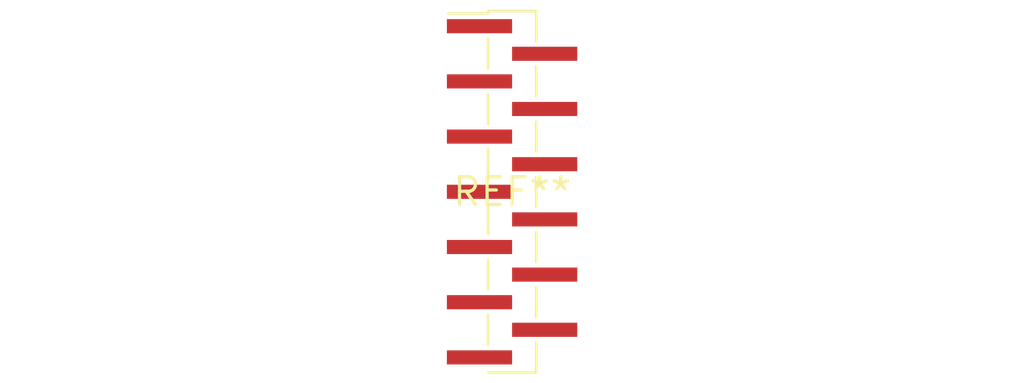
<source format=kicad_pcb>
(kicad_pcb (version 20240108) (generator pcbnew)
  (layers (0 "F.Cu" signal) (31 "B.Cu" signal) (34 "B.Paste" user) (35 "F.Paste" user) (36 "B.SilkS" user "B.Silkscreen") (37 "F.SilkS" user "F.Silkscreen") (38 "B.Mask" user) (39 "F.Mask" user) (44 "Edge.Cuts" user))
  (net 0 "")
  (footprint "PinHeader_1x13_P1.27mm_Vertical_SMD_Pin1Left" (layer "F.Cu") (at 0 0)
    (property "Reference" "REF**")
    (property "Value" "PinHeader_1x13_P1.27mm_Vertical_SMD_Pin1Left")
    (fp_line (start -1.11 -8.315) (end -1.11 -8.205) (layer "F.SilkS") (stroke (width 0.12)))
    (fp_line (start -1.11 -8.315) (end 1.11 -8.315) (layer "F.SilkS") (stroke (width 0.12)))
    (fp_line (start -1.11 -8.205) (end -2.94 -8.205) (layer "F.SilkS") (stroke (width 0.12)))
    (fp_line (start -1.11 -7.035) (end -1.11 -5.665) (layer "F.SilkS") (stroke (width 0.12)))
    (fp_line (start -1.11 -4.495) (end -1.11 -3.125) (layer "F.SilkS") (stroke (width 0.12)))
    (fp_line (start -1.11 -1.955) (end -1.11 -0.585) (layer "F.SilkS") (stroke (width 0.12)))
    (fp_line (start -1.11 0.585) (end -1.11 1.955) (layer "F.SilkS") (stroke (width 0.12)))
    (fp_line (start -1.11 3.125) (end -1.11 4.495) (layer "F.SilkS") (stroke (width 0.12)))
    (fp_line (start -1.11 5.665) (end -1.11 7.035) (layer "F.SilkS") (stroke (width 0.12)))
    (fp_line (start -1.11 8.315) (end 1.11 8.315) (layer "F.SilkS") (stroke (width 0.12)))
    (fp_line (start 1.11 -8.305) (end 1.11 -6.935) (layer "F.SilkS") (stroke (width 0.12)))
    (fp_line (start 1.11 -5.765) (end 1.11 -4.395) (layer "F.SilkS") (stroke (width 0.12)))
    (fp_line (start 1.11 -3.225) (end 1.11 -1.855) (layer "F.SilkS") (stroke (width 0.12)))
    (fp_line (start 1.11 -0.685) (end 1.11 0.685) (layer "F.SilkS") (stroke (width 0.12)))
    (fp_line (start 1.11 1.855) (end 1.11 3.225) (layer "F.SilkS") (stroke (width 0.12)))
    (fp_line (start 1.11 4.395) (end 1.11 5.765) (layer "F.SilkS") (stroke (width 0.12)))
    (fp_line (start 1.11 6.935) (end 1.11 8.305) (layer "F.SilkS") (stroke (width 0.12)))
    (fp_line (start 1.11 8.205) (end 1.11 8.315) (layer "F.SilkS") (stroke (width 0.12)))
    (pad "1" smd rect (at -1.5 -7.62) (size 3 0.65) (layers "F.Cu" "F.Paste" "F.Mask"))
    (pad "2" smd rect (at 1.5 -6.35) (size 3 0.65) (layers "F.Cu" "F.Paste" "F.Mask"))
    (pad "3" smd rect (at -1.5 -5.08) (size 3 0.65) (layers "F.Cu" "F.Paste" "F.Mask"))
    (pad "4" smd rect (at 1.5 -3.81) (size 3 0.65) (layers "F.Cu" "F.Paste" "F.Mask"))
    (pad "5" smd rect (at -1.5 -2.54) (size 3 0.65) (layers "F.Cu" "F.Paste" "F.Mask"))
    (pad "6" smd rect (at 1.5 -1.27) (size 3 0.65) (layers "F.Cu" "F.Paste" "F.Mask"))
    (pad "7" smd rect (at -1.5 0) (size 3 0.65) (layers "F.Cu" "F.Paste" "F.Mask"))
    (pad "8" smd rect (at 1.5 1.27) (size 3 0.65) (layers "F.Cu" "F.Paste" "F.Mask"))
    (pad "9" smd rect (at -1.5 2.54) (size 3 0.65) (layers "F.Cu" "F.Paste" "F.Mask"))
    (pad "10" smd rect (at 1.5 3.81) (size 3 0.65) (layers "F.Cu" "F.Paste" "F.Mask"))
    (pad "11" smd rect (at -1.5 5.08) (size 3 0.65) (layers "F.Cu" "F.Paste" "F.Mask"))
    (pad "12" smd rect (at 1.5 6.35) (size 3 0.65) (layers "F.Cu" "F.Paste" "F.Mask"))
    (pad "13" smd rect (at -1.5 7.62) (size 3 0.65) (layers "F.Cu" "F.Paste" "F.Mask"))
  )
)
</source>
